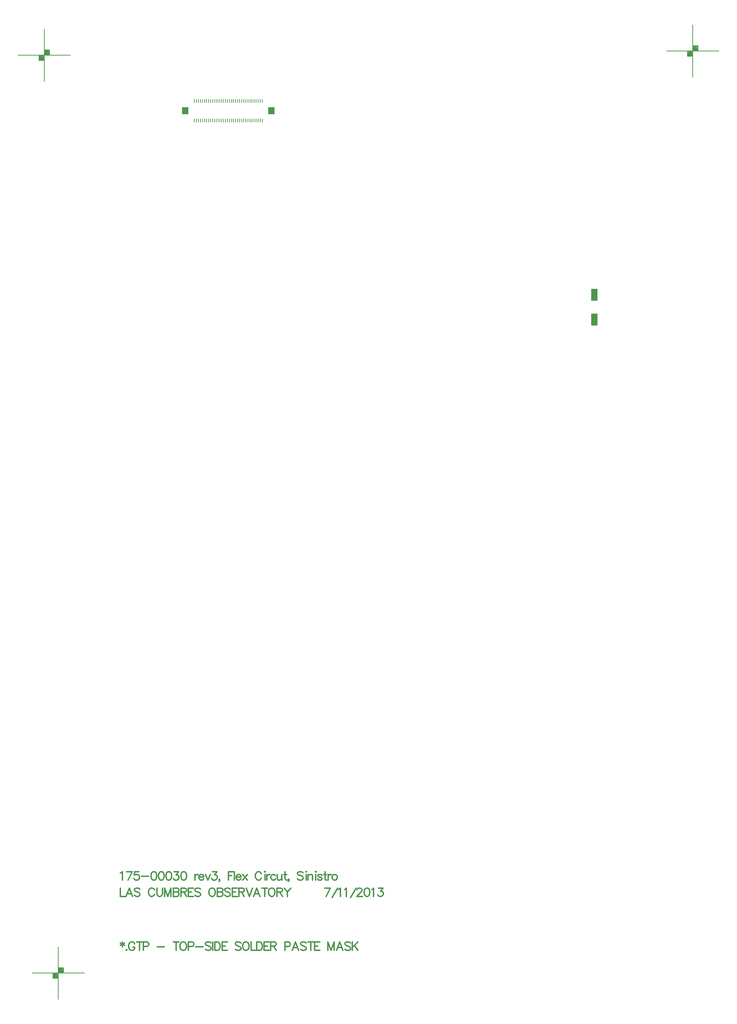
<source format=gtp>
%FSLAX23Y23*%
%MOIN*%
G70*
G01*
G75*
G04 Layer_Color=8421504*
%ADD10C,0.030*%
%ADD11C,0.010*%
%ADD12R,0.059X0.118*%
%ADD13R,0.010X0.035*%
%ADD14R,0.063X0.071*%
%ADD15C,0.007*%
%ADD16C,0.008*%
%ADD17C,0.005*%
%ADD18C,0.012*%
%ADD19C,0.012*%
%ADD20C,0.012*%
%ADD21C,0.070*%
%ADD22C,0.065*%
%ADD23C,0.035*%
%ADD24C,0.039*%
%ADD25C,0.055*%
%ADD26C,0.071*%
%ADD27C,0.020*%
%ADD28C,0.030*%
%ADD29C,0.024*%
%ADD30C,0.008*%
D12*
X30404Y20543D02*
D03*
Y20307D02*
D03*
D13*
X27171Y22204D02*
D03*
X27191D02*
D03*
X27210D02*
D03*
X27230D02*
D03*
X26580Y22391D02*
D03*
X26600D02*
D03*
X26620D02*
D03*
X26639D02*
D03*
X26659D02*
D03*
X26679D02*
D03*
X26698D02*
D03*
X26718D02*
D03*
X26738D02*
D03*
X26757D02*
D03*
X26777D02*
D03*
X26797D02*
D03*
X26817D02*
D03*
X26836D02*
D03*
X26856D02*
D03*
X26876D02*
D03*
X26895D02*
D03*
X26915D02*
D03*
X26935D02*
D03*
X26954D02*
D03*
X26974D02*
D03*
X26994D02*
D03*
X27013D02*
D03*
X27033D02*
D03*
X27053D02*
D03*
X27072D02*
D03*
X27092D02*
D03*
X27112D02*
D03*
X27131D02*
D03*
X27151D02*
D03*
X27171D02*
D03*
X27191D02*
D03*
X27210D02*
D03*
X27230D02*
D03*
X26580Y22204D02*
D03*
X26600D02*
D03*
X26620D02*
D03*
X26639D02*
D03*
X26659D02*
D03*
X26679D02*
D03*
X26698D02*
D03*
X26718D02*
D03*
X26738D02*
D03*
X26757D02*
D03*
X26777D02*
D03*
X26797D02*
D03*
X26817D02*
D03*
X26836D02*
D03*
X26856D02*
D03*
X26876D02*
D03*
X26895D02*
D03*
X26915D02*
D03*
X26935D02*
D03*
X26954D02*
D03*
X26974D02*
D03*
X26994D02*
D03*
X27013D02*
D03*
X27033D02*
D03*
X27053D02*
D03*
X27072D02*
D03*
X27092D02*
D03*
X27112D02*
D03*
X27131D02*
D03*
X27151D02*
D03*
D14*
X27318Y22298D02*
D03*
X26492D02*
D03*
D16*
X31094Y22868D02*
X31594D01*
X31344Y22618D02*
Y23118D01*
X31394Y22868D02*
Y22918D01*
X31344D02*
X31394D01*
X31294Y22818D02*
Y22868D01*
Y22818D02*
X31344D01*
X31299Y22863D02*
X31339D01*
X31299Y22823D02*
Y22863D01*
Y22823D02*
X31339D01*
Y22863D01*
X31304Y22858D02*
X31334D01*
X31304Y22828D02*
Y22858D01*
Y22828D02*
X31334D01*
Y22853D01*
X31309D02*
X31329D01*
X31309Y22833D02*
Y22853D01*
Y22833D02*
X31329D01*
Y22848D01*
X31314D02*
X31324D01*
X31314Y22838D02*
Y22848D01*
Y22838D02*
X31324D01*
Y22848D01*
X31314Y22843D02*
X31324D01*
X31349Y22913D02*
X31389D01*
X31349Y22873D02*
Y22913D01*
Y22873D02*
X31389D01*
Y22913D01*
X31354Y22908D02*
X31384D01*
X31354Y22878D02*
Y22908D01*
Y22878D02*
X31384D01*
Y22903D01*
X31359D02*
X31379D01*
X31359Y22883D02*
Y22903D01*
Y22883D02*
X31379D01*
Y22898D01*
X31364D02*
X31374D01*
X31364Y22888D02*
Y22898D01*
Y22888D02*
X31374D01*
Y22898D01*
X31364Y22893D02*
X31374D01*
X24895Y22828D02*
X25395D01*
X25145Y22578D02*
Y23078D01*
X25195Y22828D02*
Y22878D01*
X25145D02*
X25195D01*
X25095Y22778D02*
Y22828D01*
Y22778D02*
X25145D01*
X25100Y22823D02*
X25140D01*
X25100Y22783D02*
Y22823D01*
Y22783D02*
X25140D01*
Y22823D01*
X25105Y22818D02*
X25135D01*
X25105Y22788D02*
Y22818D01*
Y22788D02*
X25135D01*
Y22813D01*
X25110D02*
X25130D01*
X25110Y22793D02*
Y22813D01*
Y22793D02*
X25130D01*
Y22808D01*
X25115D02*
X25125D01*
X25115Y22798D02*
Y22808D01*
Y22798D02*
X25125D01*
Y22808D01*
X25115Y22803D02*
X25125D01*
X25150Y22873D02*
X25190D01*
X25150Y22833D02*
Y22873D01*
Y22833D02*
X25190D01*
Y22873D01*
X25155Y22868D02*
X25185D01*
X25155Y22838D02*
Y22868D01*
Y22838D02*
X25185D01*
Y22863D01*
X25160D02*
X25180D01*
X25160Y22843D02*
Y22863D01*
Y22843D02*
X25180D01*
Y22858D01*
X25165D02*
X25175D01*
X25165Y22848D02*
Y22858D01*
Y22848D02*
X25175D01*
Y22858D01*
X25165Y22853D02*
X25175D01*
X25030Y14069D02*
X25530D01*
X25280Y13819D02*
Y14319D01*
X25330Y14069D02*
Y14119D01*
X25280D02*
X25330D01*
X25230Y14019D02*
Y14069D01*
Y14019D02*
X25280D01*
X25235Y14064D02*
X25275D01*
X25235Y14024D02*
Y14064D01*
Y14024D02*
X25275D01*
Y14064D01*
X25240Y14059D02*
X25270D01*
X25240Y14029D02*
Y14059D01*
Y14029D02*
X25270D01*
Y14054D01*
X25245D02*
X25265D01*
X25245Y14034D02*
Y14054D01*
Y14034D02*
X25265D01*
Y14049D01*
X25250D02*
X25260D01*
X25250Y14039D02*
Y14049D01*
Y14039D02*
X25260D01*
Y14049D01*
X25250Y14044D02*
X25260D01*
X25285Y14114D02*
X25325D01*
X25285Y14074D02*
Y14114D01*
Y14074D02*
X25325D01*
Y14114D01*
X25290Y14109D02*
X25320D01*
X25290Y14079D02*
Y14109D01*
Y14079D02*
X25320D01*
Y14104D01*
X25295D02*
X25315D01*
X25295Y14084D02*
Y14104D01*
Y14084D02*
X25315D01*
Y14099D01*
X25300D02*
X25310D01*
X25300Y14089D02*
Y14099D01*
Y14089D02*
X25310D01*
Y14099D01*
X25300Y14094D02*
X25310D01*
D19*
X25874Y14880D02*
Y14800D01*
X25920D01*
X25989D02*
X25959Y14880D01*
X25928Y14800D01*
X25940Y14827D02*
X25978D01*
X26061Y14868D02*
X26054Y14876D01*
X26042Y14880D01*
X26027D01*
X26016Y14876D01*
X26008Y14868D01*
Y14861D01*
X26012Y14853D01*
X26016Y14849D01*
X26023Y14846D01*
X26046Y14838D01*
X26054Y14834D01*
X26057Y14830D01*
X26061Y14823D01*
Y14811D01*
X26054Y14804D01*
X26042Y14800D01*
X26027D01*
X26016Y14804D01*
X26008Y14811D01*
X26199Y14861D02*
X26195Y14868D01*
X26188Y14876D01*
X26180Y14880D01*
X26165D01*
X26157Y14876D01*
X26150Y14868D01*
X26146Y14861D01*
X26142Y14849D01*
Y14830D01*
X26146Y14819D01*
X26150Y14811D01*
X26157Y14804D01*
X26165Y14800D01*
X26180D01*
X26188Y14804D01*
X26195Y14811D01*
X26199Y14819D01*
X26222Y14880D02*
Y14823D01*
X26225Y14811D01*
X26233Y14804D01*
X26244Y14800D01*
X26252D01*
X26264Y14804D01*
X26271Y14811D01*
X26275Y14823D01*
Y14880D01*
X26297D02*
Y14800D01*
Y14880D02*
X26327Y14800D01*
X26358Y14880D02*
X26327Y14800D01*
X26358Y14880D02*
Y14800D01*
X26381Y14880D02*
Y14800D01*
Y14880D02*
X26415D01*
X26427Y14876D01*
X26430Y14872D01*
X26434Y14865D01*
Y14857D01*
X26430Y14849D01*
X26427Y14846D01*
X26415Y14842D01*
X26381D02*
X26415D01*
X26427Y14838D01*
X26430Y14834D01*
X26434Y14827D01*
Y14815D01*
X26430Y14808D01*
X26427Y14804D01*
X26415Y14800D01*
X26381D01*
X26452Y14880D02*
Y14800D01*
Y14880D02*
X26486D01*
X26498Y14876D01*
X26502Y14872D01*
X26505Y14865D01*
Y14857D01*
X26502Y14849D01*
X26498Y14846D01*
X26486Y14842D01*
X26452D01*
X26479D02*
X26505Y14800D01*
X26573Y14880D02*
X26523D01*
Y14800D01*
X26573D01*
X26523Y14842D02*
X26554D01*
X26639Y14868D02*
X26632Y14876D01*
X26620Y14880D01*
X26605D01*
X26594Y14876D01*
X26586Y14868D01*
Y14861D01*
X26590Y14853D01*
X26594Y14849D01*
X26601Y14846D01*
X26624Y14838D01*
X26632Y14834D01*
X26636Y14830D01*
X26639Y14823D01*
Y14811D01*
X26632Y14804D01*
X26620Y14800D01*
X26605D01*
X26594Y14804D01*
X26586Y14811D01*
X26743Y14880D02*
X26735Y14876D01*
X26728Y14868D01*
X26724Y14861D01*
X26720Y14849D01*
Y14830D01*
X26724Y14819D01*
X26728Y14811D01*
X26735Y14804D01*
X26743Y14800D01*
X26758D01*
X26766Y14804D01*
X26773Y14811D01*
X26777Y14819D01*
X26781Y14830D01*
Y14849D01*
X26777Y14861D01*
X26773Y14868D01*
X26766Y14876D01*
X26758Y14880D01*
X26743D01*
X26800D02*
Y14800D01*
Y14880D02*
X26834D01*
X26845Y14876D01*
X26849Y14872D01*
X26853Y14865D01*
Y14857D01*
X26849Y14849D01*
X26845Y14846D01*
X26834Y14842D01*
X26800D02*
X26834D01*
X26845Y14838D01*
X26849Y14834D01*
X26853Y14827D01*
Y14815D01*
X26849Y14808D01*
X26845Y14804D01*
X26834Y14800D01*
X26800D01*
X26924Y14868D02*
X26917Y14876D01*
X26905Y14880D01*
X26890D01*
X26879Y14876D01*
X26871Y14868D01*
Y14861D01*
X26875Y14853D01*
X26879Y14849D01*
X26886Y14846D01*
X26909Y14838D01*
X26917Y14834D01*
X26921Y14830D01*
X26924Y14823D01*
Y14811D01*
X26917Y14804D01*
X26905Y14800D01*
X26890D01*
X26879Y14804D01*
X26871Y14811D01*
X26992Y14880D02*
X26942D01*
Y14800D01*
X26992D01*
X26942Y14842D02*
X26973D01*
X27005Y14880D02*
Y14800D01*
Y14880D02*
X27039D01*
X27051Y14876D01*
X27055Y14872D01*
X27058Y14865D01*
Y14857D01*
X27055Y14849D01*
X27051Y14846D01*
X27039Y14842D01*
X27005D01*
X27032D02*
X27058Y14800D01*
X27076Y14880D02*
X27107Y14800D01*
X27137Y14880D02*
X27107Y14800D01*
X27208D02*
X27178Y14880D01*
X27148Y14800D01*
X27159Y14827D02*
X27197D01*
X27254Y14880D02*
Y14800D01*
X27227Y14880D02*
X27280D01*
X27313D02*
X27305Y14876D01*
X27298Y14868D01*
X27294Y14861D01*
X27290Y14849D01*
Y14830D01*
X27294Y14819D01*
X27298Y14811D01*
X27305Y14804D01*
X27313Y14800D01*
X27328D01*
X27336Y14804D01*
X27343Y14811D01*
X27347Y14819D01*
X27351Y14830D01*
Y14849D01*
X27347Y14861D01*
X27343Y14868D01*
X27336Y14876D01*
X27328Y14880D01*
X27313D01*
X27370D02*
Y14800D01*
Y14880D02*
X27404D01*
X27415Y14876D01*
X27419Y14872D01*
X27423Y14865D01*
Y14857D01*
X27419Y14849D01*
X27415Y14846D01*
X27404Y14842D01*
X27370D01*
X27396D02*
X27423Y14800D01*
X27441Y14880D02*
X27471Y14842D01*
Y14800D01*
X27502Y14880D02*
X27471Y14842D01*
X27880Y14880D02*
X27841Y14800D01*
X27826Y14880D02*
X27880D01*
X27897Y14788D02*
X27951Y14880D01*
X27956Y14865D02*
X27964Y14868D01*
X27975Y14880D01*
Y14800D01*
X28015Y14865D02*
X28022Y14868D01*
X28034Y14880D01*
Y14800D01*
X28073Y14788D02*
X28127Y14880D01*
X28136Y14861D02*
Y14865D01*
X28140Y14872D01*
X28143Y14876D01*
X28151Y14880D01*
X28166D01*
X28174Y14876D01*
X28178Y14872D01*
X28182Y14865D01*
Y14857D01*
X28178Y14849D01*
X28170Y14838D01*
X28132Y14800D01*
X28185D01*
X28226Y14880D02*
X28215Y14876D01*
X28207Y14865D01*
X28203Y14846D01*
Y14834D01*
X28207Y14815D01*
X28215Y14804D01*
X28226Y14800D01*
X28234D01*
X28245Y14804D01*
X28253Y14815D01*
X28257Y14834D01*
Y14846D01*
X28253Y14865D01*
X28245Y14876D01*
X28234Y14880D01*
X28226D01*
X28275Y14865D02*
X28282Y14868D01*
X28294Y14880D01*
Y14800D01*
X28341Y14880D02*
X28383D01*
X28360Y14849D01*
X28371D01*
X28379Y14846D01*
X28383Y14842D01*
X28386Y14830D01*
Y14823D01*
X28383Y14811D01*
X28375Y14804D01*
X28364Y14800D01*
X28352D01*
X28341Y14804D01*
X28337Y14808D01*
X28333Y14815D01*
D20*
X25893Y14365D02*
Y14319D01*
X25874Y14354D02*
X25912Y14331D01*
Y14354D02*
X25874Y14331D01*
X25932Y14293D02*
X25928Y14289D01*
X25932Y14285D01*
X25936Y14289D01*
X25932Y14293D01*
X26011Y14346D02*
X26007Y14354D01*
X25999Y14361D01*
X25992Y14365D01*
X25976D01*
X25969Y14361D01*
X25961Y14354D01*
X25957Y14346D01*
X25953Y14335D01*
Y14316D01*
X25957Y14304D01*
X25961Y14297D01*
X25969Y14289D01*
X25976Y14285D01*
X25992D01*
X25999Y14289D01*
X26007Y14297D01*
X26011Y14304D01*
Y14316D01*
X25992D02*
X26011D01*
X26056Y14365D02*
Y14285D01*
X26029Y14365D02*
X26082D01*
X26092Y14323D02*
X26126D01*
X26137Y14327D01*
X26141Y14331D01*
X26145Y14338D01*
Y14350D01*
X26141Y14357D01*
X26137Y14361D01*
X26126Y14365D01*
X26092D01*
Y14285D01*
X26226Y14319D02*
X26294D01*
X26407Y14365D02*
Y14285D01*
X26381Y14365D02*
X26434D01*
X26467D02*
X26459Y14361D01*
X26451Y14354D01*
X26447Y14346D01*
X26444Y14335D01*
Y14316D01*
X26447Y14304D01*
X26451Y14297D01*
X26459Y14289D01*
X26467Y14285D01*
X26482D01*
X26489Y14289D01*
X26497Y14297D01*
X26501Y14304D01*
X26505Y14316D01*
Y14335D01*
X26501Y14346D01*
X26497Y14354D01*
X26489Y14361D01*
X26482Y14365D01*
X26467D01*
X26523Y14323D02*
X26558D01*
X26569Y14327D01*
X26573Y14331D01*
X26577Y14338D01*
Y14350D01*
X26573Y14357D01*
X26569Y14361D01*
X26558Y14365D01*
X26523D01*
Y14285D01*
X26594Y14319D02*
X26663D01*
X26740Y14354D02*
X26732Y14361D01*
X26721Y14365D01*
X26706D01*
X26694Y14361D01*
X26687Y14354D01*
Y14346D01*
X26690Y14338D01*
X26694Y14335D01*
X26702Y14331D01*
X26725Y14323D01*
X26732Y14319D01*
X26736Y14316D01*
X26740Y14308D01*
Y14297D01*
X26732Y14289D01*
X26721Y14285D01*
X26706D01*
X26694Y14289D01*
X26687Y14297D01*
X26758Y14365D02*
Y14285D01*
X26775Y14365D02*
Y14285D01*
Y14365D02*
X26801D01*
X26813Y14361D01*
X26820Y14354D01*
X26824Y14346D01*
X26828Y14335D01*
Y14316D01*
X26824Y14304D01*
X26820Y14297D01*
X26813Y14289D01*
X26801Y14285D01*
X26775D01*
X26895Y14365D02*
X26846D01*
Y14285D01*
X26895D01*
X26846Y14327D02*
X26876D01*
X27025Y14354D02*
X27017Y14361D01*
X27006Y14365D01*
X26991D01*
X26979Y14361D01*
X26972Y14354D01*
Y14346D01*
X26975Y14338D01*
X26979Y14335D01*
X26987Y14331D01*
X27010Y14323D01*
X27017Y14319D01*
X27021Y14316D01*
X27025Y14308D01*
Y14297D01*
X27017Y14289D01*
X27006Y14285D01*
X26991D01*
X26979Y14289D01*
X26972Y14297D01*
X27066Y14365D02*
X27058Y14361D01*
X27050Y14354D01*
X27047Y14346D01*
X27043Y14335D01*
Y14316D01*
X27047Y14304D01*
X27050Y14297D01*
X27058Y14289D01*
X27066Y14285D01*
X27081D01*
X27088Y14289D01*
X27096Y14297D01*
X27100Y14304D01*
X27104Y14316D01*
Y14335D01*
X27100Y14346D01*
X27096Y14354D01*
X27088Y14361D01*
X27081Y14365D01*
X27066D01*
X27122D02*
Y14285D01*
X27168D01*
X27177Y14365D02*
Y14285D01*
Y14365D02*
X27203D01*
X27215Y14361D01*
X27223Y14354D01*
X27226Y14346D01*
X27230Y14335D01*
Y14316D01*
X27226Y14304D01*
X27223Y14297D01*
X27215Y14289D01*
X27203Y14285D01*
X27177D01*
X27298Y14365D02*
X27248D01*
Y14285D01*
X27298D01*
X27248Y14327D02*
X27279D01*
X27311Y14365D02*
Y14285D01*
Y14365D02*
X27345D01*
X27357Y14361D01*
X27360Y14357D01*
X27364Y14350D01*
Y14342D01*
X27360Y14335D01*
X27357Y14331D01*
X27345Y14327D01*
X27311D01*
X27338D02*
X27364Y14285D01*
X27445Y14323D02*
X27479D01*
X27491Y14327D01*
X27494Y14331D01*
X27498Y14338D01*
Y14350D01*
X27494Y14357D01*
X27491Y14361D01*
X27479Y14365D01*
X27445D01*
Y14285D01*
X27577D02*
X27547Y14365D01*
X27516Y14285D01*
X27528Y14312D02*
X27566D01*
X27649Y14354D02*
X27641Y14361D01*
X27630Y14365D01*
X27615D01*
X27603Y14361D01*
X27596Y14354D01*
Y14346D01*
X27600Y14338D01*
X27603Y14335D01*
X27611Y14331D01*
X27634Y14323D01*
X27641Y14319D01*
X27645Y14316D01*
X27649Y14308D01*
Y14297D01*
X27641Y14289D01*
X27630Y14285D01*
X27615D01*
X27603Y14289D01*
X27596Y14297D01*
X27694Y14365D02*
Y14285D01*
X27667Y14365D02*
X27720D01*
X27779D02*
X27730D01*
Y14285D01*
X27779D01*
X27730Y14327D02*
X27760D01*
X27856Y14365D02*
Y14285D01*
Y14365D02*
X27886Y14285D01*
X27916Y14365D02*
X27886Y14285D01*
X27916Y14365D02*
Y14285D01*
X28000D02*
X27970Y14365D01*
X27939Y14285D01*
X27951Y14312D02*
X27989D01*
X28072Y14354D02*
X28065Y14361D01*
X28053Y14365D01*
X28038D01*
X28027Y14361D01*
X28019Y14354D01*
Y14346D01*
X28023Y14338D01*
X28027Y14335D01*
X28034Y14331D01*
X28057Y14323D01*
X28065Y14319D01*
X28068Y14316D01*
X28072Y14308D01*
Y14297D01*
X28065Y14289D01*
X28053Y14285D01*
X28038D01*
X28027Y14289D01*
X28019Y14297D01*
X28090Y14365D02*
Y14285D01*
X28143Y14365D02*
X28090Y14312D01*
X28109Y14331D02*
X28143Y14285D01*
X25874Y15021D02*
X25881Y15025D01*
X25893Y15036D01*
Y14956D01*
X25986Y15036D02*
X25948Y14956D01*
X25933Y15036D02*
X25986D01*
X26049D02*
X26011D01*
X26008Y15002D01*
X26011Y15006D01*
X26023Y15010D01*
X26034D01*
X26046Y15006D01*
X26053Y14998D01*
X26057Y14987D01*
Y14979D01*
X26053Y14968D01*
X26046Y14960D01*
X26034Y14956D01*
X26023D01*
X26011Y14960D01*
X26008Y14964D01*
X26004Y14971D01*
X26075Y14991D02*
X26144D01*
X26190Y15036D02*
X26179Y15032D01*
X26171Y15021D01*
X26167Y15002D01*
Y14991D01*
X26171Y14971D01*
X26179Y14960D01*
X26190Y14956D01*
X26198D01*
X26209Y14960D01*
X26217Y14971D01*
X26220Y14991D01*
Y15002D01*
X26217Y15021D01*
X26209Y15032D01*
X26198Y15036D01*
X26190D01*
X26261D02*
X26250Y15032D01*
X26242Y15021D01*
X26238Y15002D01*
Y14991D01*
X26242Y14971D01*
X26250Y14960D01*
X26261Y14956D01*
X26269D01*
X26280Y14960D01*
X26288Y14971D01*
X26292Y14991D01*
Y15002D01*
X26288Y15021D01*
X26280Y15032D01*
X26269Y15036D01*
X26261D01*
X26332D02*
X26321Y15032D01*
X26313Y15021D01*
X26310Y15002D01*
Y14991D01*
X26313Y14971D01*
X26321Y14960D01*
X26332Y14956D01*
X26340D01*
X26351Y14960D01*
X26359Y14971D01*
X26363Y14991D01*
Y15002D01*
X26359Y15021D01*
X26351Y15032D01*
X26340Y15036D01*
X26332D01*
X26388D02*
X26430D01*
X26407Y15006D01*
X26419D01*
X26427Y15002D01*
X26430Y14998D01*
X26434Y14987D01*
Y14979D01*
X26430Y14968D01*
X26423Y14960D01*
X26411Y14956D01*
X26400D01*
X26388Y14960D01*
X26385Y14964D01*
X26381Y14971D01*
X26475Y15036D02*
X26463Y15032D01*
X26456Y15021D01*
X26452Y15002D01*
Y14991D01*
X26456Y14971D01*
X26463Y14960D01*
X26475Y14956D01*
X26483D01*
X26494Y14960D01*
X26502Y14971D01*
X26505Y14991D01*
Y15002D01*
X26502Y15021D01*
X26494Y15032D01*
X26483Y15036D01*
X26475D01*
X26586Y15010D02*
Y14956D01*
Y14987D02*
X26590Y14998D01*
X26598Y15006D01*
X26605Y15010D01*
X26617D01*
X26624Y14987D02*
X26670D01*
Y14994D01*
X26666Y15002D01*
X26662Y15006D01*
X26654Y15010D01*
X26643D01*
X26635Y15006D01*
X26628Y14998D01*
X26624Y14987D01*
Y14979D01*
X26628Y14968D01*
X26635Y14960D01*
X26643Y14956D01*
X26654D01*
X26662Y14960D01*
X26670Y14968D01*
X26687Y15010D02*
X26710Y14956D01*
X26732Y15010D02*
X26710Y14956D01*
X26753Y15036D02*
X26795D01*
X26772Y15006D01*
X26783D01*
X26791Y15002D01*
X26795Y14998D01*
X26799Y14987D01*
Y14979D01*
X26795Y14968D01*
X26787Y14960D01*
X26776Y14956D01*
X26764D01*
X26753Y14960D01*
X26749Y14964D01*
X26745Y14971D01*
X26824Y14960D02*
X26820Y14956D01*
X26817Y14960D01*
X26820Y14964D01*
X26824Y14960D01*
Y14952D01*
X26820Y14945D01*
X26817Y14941D01*
X26905Y15036D02*
Y14956D01*
Y15036D02*
X26954D01*
X26905Y14998D02*
X26935D01*
X26963Y15036D02*
Y14956D01*
X26980Y14987D02*
X27026D01*
Y14994D01*
X27022Y15002D01*
X27018Y15006D01*
X27010Y15010D01*
X26999D01*
X26991Y15006D01*
X26984Y14998D01*
X26980Y14987D01*
Y14979D01*
X26984Y14968D01*
X26991Y14960D01*
X26999Y14956D01*
X27010D01*
X27018Y14960D01*
X27026Y14968D01*
X27043Y15010D02*
X27085Y14956D01*
Y15010D02*
X27043Y14956D01*
X27221Y15017D02*
X27218Y15025D01*
X27210Y15032D01*
X27202Y15036D01*
X27187D01*
X27179Y15032D01*
X27172Y15025D01*
X27168Y15017D01*
X27164Y15006D01*
Y14987D01*
X27168Y14975D01*
X27172Y14968D01*
X27179Y14960D01*
X27187Y14956D01*
X27202D01*
X27210Y14960D01*
X27218Y14968D01*
X27221Y14975D01*
X27251Y15036D02*
X27255Y15032D01*
X27259Y15036D01*
X27255Y15040D01*
X27251Y15036D01*
X27255Y15010D02*
Y14956D01*
X27273Y15010D02*
Y14956D01*
Y14987D02*
X27277Y14998D01*
X27285Y15006D01*
X27292Y15010D01*
X27304D01*
X27357Y14998D02*
X27349Y15006D01*
X27341Y15010D01*
X27330D01*
X27322Y15006D01*
X27315Y14998D01*
X27311Y14987D01*
Y14979D01*
X27315Y14968D01*
X27322Y14960D01*
X27330Y14956D01*
X27341D01*
X27349Y14960D01*
X27357Y14968D01*
X27374Y15010D02*
Y14971D01*
X27378Y14960D01*
X27385Y14956D01*
X27397D01*
X27404Y14960D01*
X27416Y14971D01*
Y15010D02*
Y14956D01*
X27448Y15036D02*
Y14971D01*
X27452Y14960D01*
X27459Y14956D01*
X27467D01*
X27437Y15010D02*
X27463D01*
X27486Y14960D02*
X27482Y14956D01*
X27478Y14960D01*
X27482Y14964D01*
X27486Y14960D01*
Y14952D01*
X27482Y14945D01*
X27478Y14941D01*
X27620Y15025D02*
X27612Y15032D01*
X27601Y15036D01*
X27586D01*
X27574Y15032D01*
X27566Y15025D01*
Y15017D01*
X27570Y15010D01*
X27574Y15006D01*
X27582Y15002D01*
X27605Y14994D01*
X27612Y14991D01*
X27616Y14987D01*
X27620Y14979D01*
Y14968D01*
X27612Y14960D01*
X27601Y14956D01*
X27586D01*
X27574Y14960D01*
X27566Y14968D01*
X27645Y15036D02*
X27649Y15032D01*
X27653Y15036D01*
X27649Y15040D01*
X27645Y15036D01*
X27649Y15010D02*
Y14956D01*
X27667Y15010D02*
Y14956D01*
Y14994D02*
X27678Y15006D01*
X27686Y15010D01*
X27697D01*
X27705Y15006D01*
X27709Y14994D01*
Y14956D01*
X27737Y15036D02*
X27741Y15032D01*
X27745Y15036D01*
X27741Y15040D01*
X27737Y15036D01*
X27741Y15010D02*
Y14956D01*
X27801Y14998D02*
X27797Y15006D01*
X27786Y15010D01*
X27774D01*
X27763Y15006D01*
X27759Y14998D01*
X27763Y14991D01*
X27771Y14987D01*
X27790Y14983D01*
X27797Y14979D01*
X27801Y14971D01*
Y14968D01*
X27797Y14960D01*
X27786Y14956D01*
X27774D01*
X27763Y14960D01*
X27759Y14968D01*
X27829Y15036D02*
Y14971D01*
X27833Y14960D01*
X27841Y14956D01*
X27848D01*
X27818Y15010D02*
X27844D01*
X27860D02*
Y14956D01*
Y14987D02*
X27864Y14998D01*
X27871Y15006D01*
X27879Y15010D01*
X27890D01*
X27916D02*
X27909Y15006D01*
X27901Y14998D01*
X27897Y14987D01*
Y14979D01*
X27901Y14968D01*
X27909Y14960D01*
X27916Y14956D01*
X27928D01*
X27936Y14960D01*
X27943Y14968D01*
X27947Y14979D01*
Y14987D01*
X27943Y14998D01*
X27936Y15006D01*
X27928Y15010D01*
X27916D01*
M02*

</source>
